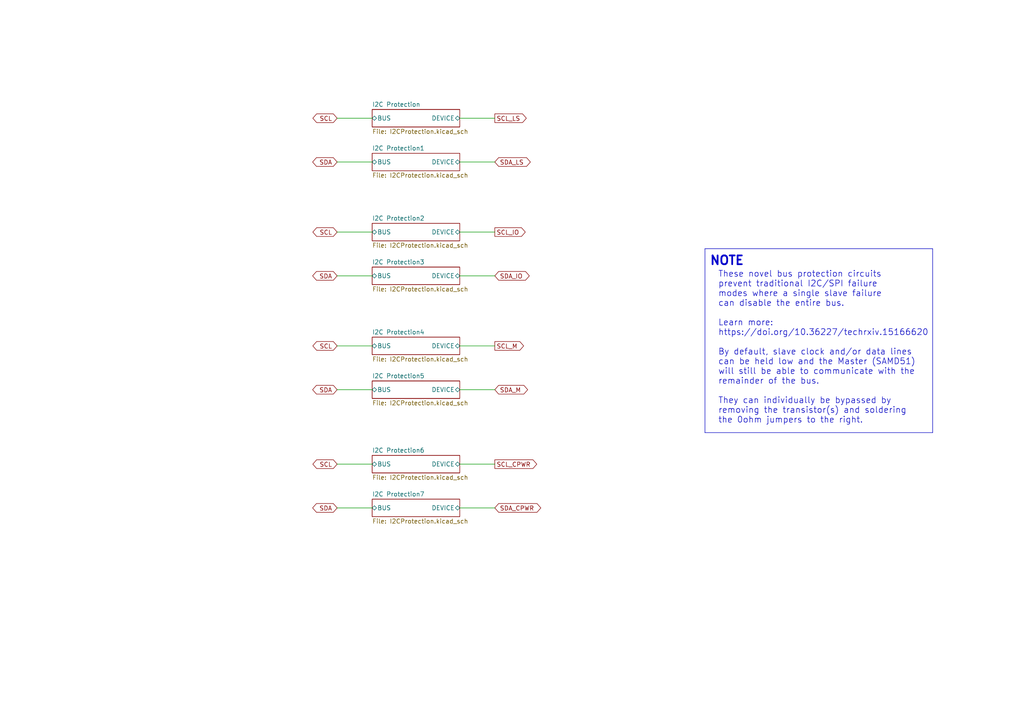
<source format=kicad_sch>
(kicad_sch
	(version 20231120)
	(generator "eeschema")
	(generator_version "8.0")
	(uuid "526b46d4-830a-4f36-a51e-a967b89635dd")
	(paper "A4")
	(lib_symbols)
	(wire
		(pts
			(xy 97.79 67.31) (xy 107.95 67.31)
		)
		(stroke
			(width 0)
			(type default)
		)
		(uuid "05852f84-6be2-4344-b1ab-3d6ba5ce62de")
	)
	(polyline
		(pts
			(xy 270.51 125.476) (xy 270.51 72.136)
		)
		(stroke
			(width 0)
			(type default)
		)
		(uuid "0916ab56-7a3d-427d-af23-4853426f6650")
	)
	(wire
		(pts
			(xy 97.79 113.03) (xy 107.95 113.03)
		)
		(stroke
			(width 0)
			(type default)
		)
		(uuid "17558657-203a-4264-bfca-5b6f564ef0c7")
	)
	(polyline
		(pts
			(xy 204.47 72.136) (xy 204.47 125.476)
		)
		(stroke
			(width 0)
			(type default)
		)
		(uuid "1b1c3cdd-8307-44e3-88bf-e730d60ad79e")
	)
	(wire
		(pts
			(xy 97.79 134.62) (xy 107.95 134.62)
		)
		(stroke
			(width 0)
			(type default)
		)
		(uuid "41f7cbbe-4b5b-4eb3-9130-b8c9c3069671")
	)
	(wire
		(pts
			(xy 97.79 46.99) (xy 107.95 46.99)
		)
		(stroke
			(width 0)
			(type default)
		)
		(uuid "4426a9f3-de3c-48cc-9c64-d9184c1dc770")
	)
	(wire
		(pts
			(xy 133.35 34.29) (xy 143.51 34.29)
		)
		(stroke
			(width 0)
			(type default)
		)
		(uuid "5ffb340f-375b-450b-a191-76b1d0bc7123")
	)
	(wire
		(pts
			(xy 133.35 100.33) (xy 143.51 100.33)
		)
		(stroke
			(width 0)
			(type default)
		)
		(uuid "6203f624-4fee-46c0-9315-4ea3462ab2be")
	)
	(wire
		(pts
			(xy 97.79 34.29) (xy 107.95 34.29)
		)
		(stroke
			(width 0)
			(type default)
		)
		(uuid "68dc8c9e-9882-4719-a167-4f160a09eaf3")
	)
	(wire
		(pts
			(xy 97.79 80.01) (xy 107.95 80.01)
		)
		(stroke
			(width 0)
			(type default)
		)
		(uuid "6a1c6860-fc4d-449d-8a04-3c0d6dd426fa")
	)
	(wire
		(pts
			(xy 97.79 100.33) (xy 107.95 100.33)
		)
		(stroke
			(width 0)
			(type default)
		)
		(uuid "814923a8-ced0-42db-a298-b5cff6a444a5")
	)
	(polyline
		(pts
			(xy 270.51 72.136) (xy 204.47 72.136)
		)
		(stroke
			(width 0)
			(type default)
		)
		(uuid "8b785163-d381-47cb-91dc-b7e8d6690d27")
	)
	(wire
		(pts
			(xy 133.35 46.99) (xy 143.51 46.99)
		)
		(stroke
			(width 0)
			(type default)
		)
		(uuid "9fe34d1f-12c5-4a83-869d-6b020dc6f611")
	)
	(wire
		(pts
			(xy 133.35 134.62) (xy 143.51 134.62)
		)
		(stroke
			(width 0)
			(type default)
		)
		(uuid "a79ec661-4dda-41c2-b9ff-70b7278a060e")
	)
	(wire
		(pts
			(xy 133.35 80.01) (xy 143.51 80.01)
		)
		(stroke
			(width 0)
			(type default)
		)
		(uuid "abe161bc-de1d-4ec3-9f56-a6a88a0b9790")
	)
	(wire
		(pts
			(xy 133.35 147.32) (xy 143.51 147.32)
		)
		(stroke
			(width 0)
			(type default)
		)
		(uuid "b74f20ef-d596-45a7-8c5e-9a4fd022bc8d")
	)
	(wire
		(pts
			(xy 133.35 67.31) (xy 143.51 67.31)
		)
		(stroke
			(width 0)
			(type default)
		)
		(uuid "e7b3e0d8-75e3-4552-bb03-4c66b5437961")
	)
	(polyline
		(pts
			(xy 204.47 125.476) (xy 270.51 125.476)
		)
		(stroke
			(width 0)
			(type default)
		)
		(uuid "e7d3ef65-841f-4ecc-9b2d-2679dd6ad313")
	)
	(wire
		(pts
			(xy 133.35 113.03) (xy 143.51 113.03)
		)
		(stroke
			(width 0)
			(type default)
		)
		(uuid "f0d2f74f-5a79-4bec-9bc6-a1ac73b4c293")
	)
	(wire
		(pts
			(xy 97.79 147.32) (xy 107.95 147.32)
		)
		(stroke
			(width 0)
			(type default)
		)
		(uuid "fbe93ee2-be9c-4569-938e-e947b1a7cc12")
	)
	(text "These novel bus protection circuits\nprevent traditional I2C/SPI failure \nmodes where a single slave failure\ncan disable the entire bus.\n\nLearn more: \nhttps://doi.org/10.36227/techrxiv.15166620\n\nBy default, slave clock and/or data lines \ncan be held low and the Master (SAMD51) \nwill still be able to communicate with the \nremainder of the bus.\n\nThey can individually be bypassed by \nremoving the transistor(s) and soldering\nthe 0ohm jumpers to the right."
		(exclude_from_sim no)
		(at 208.28 122.936 0)
		(effects
			(font
				(size 1.7526 1.7526)
			)
			(justify left bottom)
		)
		(uuid "50adcaba-17ae-4b61-a422-8707900d905a")
	)
	(text "NOTE"
		(exclude_from_sim no)
		(at 205.74 77.216 0)
		(effects
			(font
				(size 2.54 2.54)
				(thickness 0.508)
				(bold yes)
			)
			(justify left bottom)
		)
		(uuid "629c4d4e-08c2-4af8-a9c6-ce1db5a4e67f")
	)
	(global_label "SDA_M"
		(shape bidirectional)
		(at 143.51 113.03 0)
		(fields_autoplaced yes)
		(effects
			(font
				(size 1.27 1.27)
			)
			(justify left)
		)
		(uuid "0c2f95d3-3306-4383-80ed-4a5a019d8774")
		(property "Intersheetrefs" "${INTERSHEET_REFS}"
			(at 153.5936 113.03 0)
			(effects
				(font
					(size 1.27 1.27)
				)
				(justify left)
				(hide yes)
			)
		)
	)
	(global_label "SCL"
		(shape bidirectional)
		(at 97.79 134.62 180)
		(effects
			(font
				(size 1.27 1.27)
			)
			(justify right)
		)
		(uuid "126cc5e0-6c90-473c-83e5-667eb5f2f0d0")
		(property "Intersheetrefs" "${INTERSHEET_REFS}"
			(at 97.79 134.62 0)
			(effects
				(font
					(size 1.27 1.27)
				)
				(hide yes)
			)
		)
	)
	(global_label "SDA_LS"
		(shape bidirectional)
		(at 143.51 46.99 0)
		(fields_autoplaced yes)
		(effects
			(font
				(size 1.27 1.27)
			)
			(justify left)
		)
		(uuid "1accc7f1-15b8-4916-9591-bb614a5eadd2")
		(property "Intersheetrefs" "${INTERSHEET_REFS}"
			(at 152.6075 46.9106 0)
			(effects
				(font
					(size 1.27 1.27)
				)
				(justify left)
				(hide yes)
			)
		)
	)
	(global_label "SCL_M"
		(shape output)
		(at 143.51 100.33 0)
		(fields_autoplaced yes)
		(effects
			(font
				(size 1.27 1.27)
			)
			(justify left)
		)
		(uuid "2c05cced-239d-44d3-b1f3-c3021e7dd365")
		(property "Intersheetrefs" "${INTERSHEET_REFS}"
			(at 152.4218 100.33 0)
			(effects
				(font
					(size 1.27 1.27)
				)
				(justify left)
				(hide yes)
			)
		)
	)
	(global_label "SCL_CPWR"
		(shape output)
		(at 143.51 134.62 0)
		(fields_autoplaced yes)
		(effects
			(font
				(size 1.27 1.27)
			)
			(justify left)
		)
		(uuid "2c5c5d67-48d6-4a03-81c2-e03b112a6a26")
		(property "Intersheetrefs" "${INTERSHEET_REFS}"
			(at 156.2318 134.62 0)
			(effects
				(font
					(size 1.27 1.27)
				)
				(justify left)
				(hide yes)
			)
		)
	)
	(global_label "SDA_CPWR"
		(shape bidirectional)
		(at 143.51 147.32 0)
		(fields_autoplaced yes)
		(effects
			(font
				(size 1.27 1.27)
			)
			(justify left)
		)
		(uuid "503c9286-f227-4ae9-ace8-9fe062a3c6fe")
		(property "Intersheetrefs" "${INTERSHEET_REFS}"
			(at 157.4036 147.32 0)
			(effects
				(font
					(size 1.27 1.27)
				)
				(justify left)
				(hide yes)
			)
		)
	)
	(global_label "SCL"
		(shape bidirectional)
		(at 97.79 34.29 180)
		(effects
			(font
				(size 1.27 1.27)
			)
			(justify right)
		)
		(uuid "6f3a8ce3-6d6c-4d21-9231-6fadf4d6327a")
		(property "Intersheetrefs" "${INTERSHEET_REFS}"
			(at 97.79 34.29 0)
			(effects
				(font
					(size 1.27 1.27)
				)
				(hide yes)
			)
		)
	)
	(global_label "SDA_IO"
		(shape bidirectional)
		(at 143.51 80.01 0)
		(fields_autoplaced yes)
		(effects
			(font
				(size 1.27 1.27)
			)
			(justify left)
		)
		(uuid "808ee0c8-ef7e-4707-af7a-7c1d9c9b0bbe")
		(property "Intersheetrefs" "${INTERSHEET_REFS}"
			(at 154.0775 80.01 0)
			(effects
				(font
					(size 1.27 1.27)
				)
				(justify left)
				(hide yes)
			)
		)
	)
	(global_label "SDA"
		(shape bidirectional)
		(at 97.79 113.03 180)
		(effects
			(font
				(size 1.27 1.27)
			)
			(justify right)
		)
		(uuid "840ab06b-86af-4082-8f72-b4290c661f19")
		(property "Intersheetrefs" "${INTERSHEET_REFS}"
			(at 97.79 113.03 0)
			(effects
				(font
					(size 1.27 1.27)
				)
				(hide yes)
			)
		)
	)
	(global_label "SCL"
		(shape bidirectional)
		(at 97.79 100.33 180)
		(effects
			(font
				(size 1.27 1.27)
			)
			(justify right)
		)
		(uuid "9d1a8894-3d94-4f04-bdff-637b996f4234")
		(property "Intersheetrefs" "${INTERSHEET_REFS}"
			(at 97.79 100.33 0)
			(effects
				(font
					(size 1.27 1.27)
				)
				(hide yes)
			)
		)
	)
	(global_label "SCL_LS"
		(shape output)
		(at 143.51 34.29 0)
		(fields_autoplaced yes)
		(effects
			(font
				(size 1.27 1.27)
			)
			(justify left)
		)
		(uuid "adc0fb51-0213-4759-a8de-20eb3c81c9f8")
		(property "Intersheetrefs" "${INTERSHEET_REFS}"
			(at 152.5471 34.2106 0)
			(effects
				(font
					(size 1.27 1.27)
				)
				(justify left)
				(hide yes)
			)
		)
	)
	(global_label "SCL"
		(shape bidirectional)
		(at 97.79 67.31 180)
		(effects
			(font
				(size 1.27 1.27)
			)
			(justify right)
		)
		(uuid "b37840bd-cc08-4cfd-bd88-86ed10c431e0")
		(property "Intersheetrefs" "${INTERSHEET_REFS}"
			(at 97.79 67.31 0)
			(effects
				(font
					(size 1.27 1.27)
				)
				(hide yes)
			)
		)
	)
	(global_label "SDA"
		(shape bidirectional)
		(at 97.79 147.32 180)
		(effects
			(font
				(size 1.27 1.27)
			)
			(justify right)
		)
		(uuid "cbfca69a-cdcb-4a42-b1fc-eef72cd38fae")
		(property "Intersheetrefs" "${INTERSHEET_REFS}"
			(at 97.79 147.32 0)
			(effects
				(font
					(size 1.27 1.27)
				)
				(hide yes)
			)
		)
	)
	(global_label "SDA"
		(shape bidirectional)
		(at 97.79 46.99 180)
		(effects
			(font
				(size 1.27 1.27)
			)
			(justify right)
		)
		(uuid "def10b5b-1b13-41c2-bfd0-97343be20060")
		(property "Intersheetrefs" "${INTERSHEET_REFS}"
			(at 97.79 46.99 0)
			(effects
				(font
					(size 1.27 1.27)
				)
				(hide yes)
			)
		)
	)
	(global_label "SCL_IO"
		(shape output)
		(at 143.51 67.31 0)
		(fields_autoplaced yes)
		(effects
			(font
				(size 1.27 1.27)
			)
			(justify left)
		)
		(uuid "f79b2e3c-0cdb-4ada-bf03-e5813c257879")
		(property "Intersheetrefs" "${INTERSHEET_REFS}"
			(at 152.9057 67.31 0)
			(effects
				(font
					(size 1.27 1.27)
				)
				(justify left)
				(hide yes)
			)
		)
	)
	(global_label "SDA"
		(shape bidirectional)
		(at 97.79 80.01 180)
		(effects
			(font
				(size 1.27 1.27)
			)
			(justify right)
		)
		(uuid "f8ae97bb-23bb-4903-8404-ec9c9f429f0a")
		(property "Intersheetrefs" "${INTERSHEET_REFS}"
			(at 97.79 80.01 0)
			(effects
				(font
					(size 1.27 1.27)
				)
				(hide yes)
			)
		)
	)
	(sheet
		(at 107.95 44.45)
		(size 25.4 5.08)
		(fields_autoplaced yes)
		(stroke
			(width 0.1524)
			(type solid)
		)
		(fill
			(color 0 0 0 0.0000)
		)
		(uuid "059f9182-99e9-4f25-a784-63265af76fda")
		(property "Sheetname" "I2C Protection1"
			(at 107.95 43.7384 0)
			(effects
				(font
					(size 1.27 1.27)
				)
				(justify left bottom)
			)
		)
		(property "Sheetfile" "I2CProtection.kicad_sch"
			(at 107.95 50.1146 0)
			(effects
				(font
					(size 1.27 1.27)
				)
				(justify left top)
			)
		)
		(pin "DEVICE" bidirectional
			(at 133.35 46.99 0)
			(effects
				(font
					(size 1.27 1.27)
				)
				(justify right)
			)
			(uuid "0d9166db-b742-4a28-aeca-0a053d5e3da5")
		)
		(pin "BUS" bidirectional
			(at 107.95 46.99 180)
			(effects
				(font
					(size 1.27 1.27)
				)
				(justify left)
			)
			(uuid "8f52fd20-06e3-4b17-af11-c84543414594")
		)
		(instances
			(project "Z-"
				(path "/446ceff1-46b8-4829-b15a-92d0d6c980a6/fc2a0310-ccff-4451-80b6-dedebcf7c558"
					(page "3")
				)
			)
		)
	)
	(sheet
		(at 107.95 64.77)
		(size 25.4 5.08)
		(fields_autoplaced yes)
		(stroke
			(width 0.1524)
			(type solid)
		)
		(fill
			(color 0 0 0 0.0000)
		)
		(uuid "2783a837-bd1d-411b-9ce4-91a04db84da5")
		(property "Sheetname" "I2C Protection2"
			(at 107.95 64.0584 0)
			(effects
				(font
					(size 1.27 1.27)
				)
				(justify left bottom)
			)
		)
		(property "Sheetfile" "I2CProtection.kicad_sch"
			(at 107.95 70.4346 0)
			(effects
				(font
					(size 1.27 1.27)
				)
				(justify left top)
			)
		)
		(pin "DEVICE" bidirectional
			(at 133.35 67.31 0)
			(effects
				(font
					(size 1.27 1.27)
				)
				(justify right)
			)
			(uuid "0deab84a-1139-4458-a680-cd707f129f1d")
		)
		(pin "BUS" bidirectional
			(at 107.95 67.31 180)
			(effects
				(font
					(size 1.27 1.27)
				)
				(justify left)
			)
			(uuid "07f3baa1-e954-4822-9f95-0a0e3e9ce20d")
		)
		(instances
			(project "Z-"
				(path "/446ceff1-46b8-4829-b15a-92d0d6c980a6/fc2a0310-ccff-4451-80b6-dedebcf7c558"
					(page "6")
				)
			)
		)
	)
	(sheet
		(at 107.95 144.78)
		(size 25.4 5.08)
		(fields_autoplaced yes)
		(stroke
			(width 0.1524)
			(type solid)
		)
		(fill
			(color 0 0 0 0.0000)
		)
		(uuid "3231c5d1-2654-4837-8082-98c29fa46639")
		(property "Sheetname" "I2C Protection7"
			(at 107.95 144.0684 0)
			(effects
				(font
					(size 1.27 1.27)
				)
				(justify left bottom)
			)
		)
		(property "Sheetfile" "I2CProtection.kicad_sch"
			(at 107.95 150.4446 0)
			(effects
				(font
					(size 1.27 1.27)
				)
				(justify left top)
			)
		)
		(pin "DEVICE" bidirectional
			(at 133.35 147.32 0)
			(effects
				(font
					(size 1.27 1.27)
				)
				(justify right)
			)
			(uuid "ee65576b-ae53-47f5-8061-8b0cb18194f1")
		)
		(pin "BUS" bidirectional
			(at 107.95 147.32 180)
			(effects
				(font
					(size 1.27 1.27)
				)
				(justify left)
			)
			(uuid "66dac957-378e-4709-a86c-5d3c4fc64988")
		)
		(instances
			(project "Z-"
				(path "/446ceff1-46b8-4829-b15a-92d0d6c980a6/fc2a0310-ccff-4451-80b6-dedebcf7c558"
					(page "11")
				)
			)
		)
	)
	(sheet
		(at 107.95 77.47)
		(size 25.4 5.08)
		(fields_autoplaced yes)
		(stroke
			(width 0.1524)
			(type solid)
		)
		(fill
			(color 0 0 0 0.0000)
		)
		(uuid "6dfcd408-1b37-44a7-8955-05de5e796972")
		(property "Sheetname" "I2C Protection3"
			(at 107.95 76.7584 0)
			(effects
				(font
					(size 1.27 1.27)
				)
				(justify left bottom)
			)
		)
		(property "Sheetfile" "I2CProtection.kicad_sch"
			(at 107.95 83.1346 0)
			(effects
				(font
					(size 1.27 1.27)
				)
				(justify left top)
			)
		)
		(pin "DEVICE" bidirectional
			(at 133.35 80.01 0)
			(effects
				(font
					(size 1.27 1.27)
				)
				(justify right)
			)
			(uuid "b501b3f4-1029-4430-9f3c-827f0662f8b6")
		)
		(pin "BUS" bidirectional
			(at 107.95 80.01 180)
			(effects
				(font
					(size 1.27 1.27)
				)
				(justify left)
			)
			(uuid "7332c252-32c7-4eb7-946c-01c9b36a8024")
		)
		(instances
			(project "Z-"
				(path "/446ceff1-46b8-4829-b15a-92d0d6c980a6/fc2a0310-ccff-4451-80b6-dedebcf7c558"
					(page "7")
				)
			)
		)
	)
	(sheet
		(at 107.95 31.75)
		(size 25.4 5.08)
		(fields_autoplaced yes)
		(stroke
			(width 0.1524)
			(type solid)
		)
		(fill
			(color 0 0 0 0.0000)
		)
		(uuid "8f40f9df-da92-4903-ad6f-959c63c81004")
		(property "Sheetname" "I2C Protection"
			(at 107.95 31.0384 0)
			(effects
				(font
					(size 1.27 1.27)
				)
				(justify left bottom)
			)
		)
		(property "Sheetfile" "I2CProtection.kicad_sch"
			(at 107.95 37.4146 0)
			(effects
				(font
					(size 1.27 1.27)
				)
				(justify left top)
			)
		)
		(pin "DEVICE" bidirectional
			(at 133.35 34.29 0)
			(effects
				(font
					(size 1.27 1.27)
				)
				(justify right)
			)
			(uuid "75397b35-fcdd-4264-992e-11e44cbc1e57")
		)
		(pin "BUS" bidirectional
			(at 107.95 34.29 180)
			(effects
				(font
					(size 1.27 1.27)
				)
				(justify left)
			)
			(uuid "f46ab2ab-3350-428c-9a51-0819be68021f")
		)
		(instances
			(project "Z-"
				(path "/446ceff1-46b8-4829-b15a-92d0d6c980a6/fc2a0310-ccff-4451-80b6-dedebcf7c558"
					(page "5")
				)
			)
		)
	)
	(sheet
		(at 107.95 132.08)
		(size 25.4 5.08)
		(fields_autoplaced yes)
		(stroke
			(width 0.1524)
			(type solid)
		)
		(fill
			(color 0 0 0 0.0000)
		)
		(uuid "9a53ceb0-98db-4eef-963d-fc204f6c547e")
		(property "Sheetname" "I2C Protection6"
			(at 107.95 131.3684 0)
			(effects
				(font
					(size 1.27 1.27)
				)
				(justify left bottom)
			)
		)
		(property "Sheetfile" "I2CProtection.kicad_sch"
			(at 107.95 137.7446 0)
			(effects
				(font
					(size 1.27 1.27)
				)
				(justify left top)
			)
		)
		(pin "DEVICE" bidirectional
			(at 133.35 134.62 0)
			(effects
				(font
					(size 1.27 1.27)
				)
				(justify right)
			)
			(uuid "578250f9-9ff5-467f-a6df-68125bc5afc6")
		)
		(pin "BUS" bidirectional
			(at 107.95 134.62 180)
			(effects
				(font
					(size 1.27 1.27)
				)
				(justify left)
			)
			(uuid "2764e7ee-47eb-45f0-b6a0-8847db76bbe4")
		)
		(instances
			(project "Z-"
				(path "/446ceff1-46b8-4829-b15a-92d0d6c980a6/fc2a0310-ccff-4451-80b6-dedebcf7c558"
					(page "10")
				)
			)
		)
	)
	(sheet
		(at 107.95 110.49)
		(size 25.4 5.08)
		(fields_autoplaced yes)
		(stroke
			(width 0.1524)
			(type solid)
		)
		(fill
			(color 0 0 0 0.0000)
		)
		(uuid "a76f69ae-7ee6-4940-928c-ef6e71f497e2")
		(property "Sheetname" "I2C Protection5"
			(at 107.95 109.7784 0)
			(effects
				(font
					(size 1.27 1.27)
				)
				(justify left bottom)
			)
		)
		(property "Sheetfile" "I2CProtection.kicad_sch"
			(at 107.95 116.1546 0)
			(effects
				(font
					(size 1.27 1.27)
				)
				(justify left top)
			)
		)
		(pin "DEVICE" bidirectional
			(at 133.35 113.03 0)
			(effects
				(font
					(size 1.27 1.27)
				)
				(justify right)
			)
			(uuid "ec4179c0-2ae6-48c6-a818-00306ec32b54")
		)
		(pin "BUS" bidirectional
			(at 107.95 113.03 180)
			(effects
				(font
					(size 1.27 1.27)
				)
				(justify left)
			)
			(uuid "1e49bc78-c599-489b-9483-8d97049ae166")
		)
		(instances
			(project "Z-"
				(path "/446ceff1-46b8-4829-b15a-92d0d6c980a6/fc2a0310-ccff-4451-80b6-dedebcf7c558"
					(page "9")
				)
			)
		)
	)
	(sheet
		(at 107.95 97.79)
		(size 25.4 5.08)
		(fields_autoplaced yes)
		(stroke
			(width 0.1524)
			(type solid)
		)
		(fill
			(color 0 0 0 0.0000)
		)
		(uuid "af4051e6-41a0-4d21-81f1-1e21893394bf")
		(property "Sheetname" "I2C Protection4"
			(at 107.95 97.0784 0)
			(effects
				(font
					(size 1.27 1.27)
				)
				(justify left bottom)
			)
		)
		(property "Sheetfile" "I2CProtection.kicad_sch"
			(at 107.95 103.4546 0)
			(effects
				(font
					(size 1.27 1.27)
				)
				(justify left top)
			)
		)
		(pin "DEVICE" bidirectional
			(at 133.35 100.33 0)
			(effects
				(font
					(size 1.27 1.27)
				)
				(justify right)
			)
			(uuid "9cb42124-e335-49a6-9ae4-15f4a7a28d7d")
		)
		(pin "BUS" bidirectional
			(at 107.95 100.33 180)
			(effects
				(font
					(size 1.27 1.27)
				)
				(justify left)
			)
			(uuid "b3fa1962-ff9e-4a92-aa18-e536004d98ef")
		)
		(instances
			(project "Z-"
				(path "/446ceff1-46b8-4829-b15a-92d0d6c980a6/fc2a0310-ccff-4451-80b6-dedebcf7c558"
					(page "8")
				)
			)
		)
	)
)

</source>
